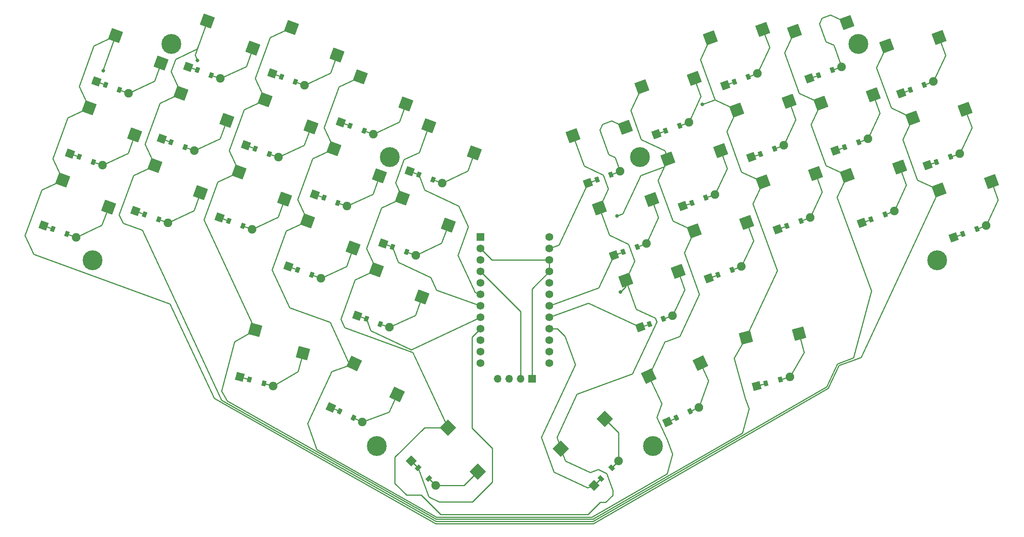
<source format=gbr>
%TF.GenerationSoftware,KiCad,Pcbnew,8.0.1*%
%TF.CreationDate,2024-04-14T13:59:04+09:00*%
%TF.ProjectId,lazyboy36,6c617a79-626f-4793-9336-2e6b69636164,v1.0.0*%
%TF.SameCoordinates,Original*%
%TF.FileFunction,Copper,L2,Bot*%
%TF.FilePolarity,Positive*%
%FSLAX46Y46*%
G04 Gerber Fmt 4.6, Leading zero omitted, Abs format (unit mm)*
G04 Created by KiCad (PCBNEW 8.0.1) date 2024-04-14 13:59:04*
%MOMM*%
%LPD*%
G01*
G04 APERTURE LIST*
G04 Aperture macros list*
%AMRotRect*
0 Rectangle, with rotation*
0 The origin of the aperture is its center*
0 $1 length*
0 $2 width*
0 $3 Rotation angle, in degrees counterclockwise*
0 Add horizontal line*
21,1,$1,$2,0,0,$3*%
G04 Aperture macros list end*
%TA.AperFunction,SMDPad,CuDef*%
%ADD10RotRect,2.600000X2.600000X340.000000*%
%TD*%
%TA.AperFunction,SMDPad,CuDef*%
%ADD11RotRect,2.600000X2.600000X20.000000*%
%TD*%
%TA.AperFunction,ComponentPad*%
%ADD12RotRect,1.778000X1.778000X340.000000*%
%TD*%
%TA.AperFunction,SMDPad,CuDef*%
%ADD13RotRect,0.900000X1.200000X340.000000*%
%TD*%
%TA.AperFunction,ComponentPad*%
%ADD14C,1.905000*%
%TD*%
%TA.AperFunction,SMDPad,CuDef*%
%ADD15RotRect,2.600000X2.600000X25.000000*%
%TD*%
%TA.AperFunction,ComponentPad*%
%ADD16C,0.700000*%
%TD*%
%TA.AperFunction,ComponentPad*%
%ADD17C,4.400000*%
%TD*%
%TA.AperFunction,ComponentPad*%
%ADD18RotRect,1.778000X1.778000X20.000000*%
%TD*%
%TA.AperFunction,SMDPad,CuDef*%
%ADD19RotRect,0.900000X1.200000X20.000000*%
%TD*%
%TA.AperFunction,ComponentPad*%
%ADD20RotRect,1.778000X1.778000X25.000000*%
%TD*%
%TA.AperFunction,SMDPad,CuDef*%
%ADD21RotRect,0.900000X1.200000X25.000000*%
%TD*%
%TA.AperFunction,ComponentPad*%
%ADD22RotRect,1.778000X1.778000X45.000000*%
%TD*%
%TA.AperFunction,SMDPad,CuDef*%
%ADD23RotRect,0.900000X1.200000X45.000000*%
%TD*%
%TA.AperFunction,SMDPad,CuDef*%
%ADD24RotRect,2.600000X2.600000X345.000000*%
%TD*%
%TA.AperFunction,SMDPad,CuDef*%
%ADD25RotRect,2.600000X2.600000X15.000000*%
%TD*%
%TA.AperFunction,ComponentPad*%
%ADD26R,1.752600X1.752600*%
%TD*%
%TA.AperFunction,ComponentPad*%
%ADD27C,1.752600*%
%TD*%
%TA.AperFunction,ComponentPad*%
%ADD28RotRect,1.778000X1.778000X315.000000*%
%TD*%
%TA.AperFunction,SMDPad,CuDef*%
%ADD29RotRect,0.900000X1.200000X315.000000*%
%TD*%
%TA.AperFunction,SMDPad,CuDef*%
%ADD30RotRect,2.600000X2.600000X315.000000*%
%TD*%
%TA.AperFunction,ComponentPad*%
%ADD31RotRect,1.778000X1.778000X335.000000*%
%TD*%
%TA.AperFunction,SMDPad,CuDef*%
%ADD32RotRect,0.900000X1.200000X335.000000*%
%TD*%
%TA.AperFunction,SMDPad,CuDef*%
%ADD33RotRect,2.600000X2.600000X45.000000*%
%TD*%
%TA.AperFunction,ComponentPad*%
%ADD34RotRect,1.778000X1.778000X345.000000*%
%TD*%
%TA.AperFunction,SMDPad,CuDef*%
%ADD35RotRect,0.900000X1.200000X345.000000*%
%TD*%
%TA.AperFunction,ComponentPad*%
%ADD36R,1.700000X1.700000*%
%TD*%
%TA.AperFunction,ComponentPad*%
%ADD37O,1.700000X1.700000*%
%TD*%
%TA.AperFunction,SMDPad,CuDef*%
%ADD38RotRect,2.600000X2.600000X335.000000*%
%TD*%
%TA.AperFunction,ComponentPad*%
%ADD39RotRect,1.778000X1.778000X15.000000*%
%TD*%
%TA.AperFunction,SMDPad,CuDef*%
%ADD40RotRect,0.900000X1.200000X15.000000*%
%TD*%
%TA.AperFunction,ViaPad*%
%ADD41C,0.800000*%
%TD*%
%TA.AperFunction,Conductor*%
%ADD42C,0.250000*%
%TD*%
G04 APERTURE END LIST*
D10*
%TO.P,S8,1*%
%TO.N,P7*%
X100480182Y-105364616D03*
%TO.P,S8,2*%
%TO.N,middle_home*%
X110581187Y-111382269D03*
%TD*%
D11*
%TO.P,S30,1*%
%TO.N,P8*%
X183837587Y-102484882D03*
%TO.P,S30,2*%
%TO.N,mirror_index_top*%
X195443478Y-100601872D03*
%TD*%
D10*
%TO.P,S15,1*%
%TO.N,P9*%
X136703256Y-111099485D03*
%TO.P,S15,2*%
%TO.N,inner_top*%
X146804261Y-117117138D03*
%TD*%
D11*
%TO.P,S21,1*%
%TO.N,P16*%
X238001185Y-93412730D03*
%TO.P,S21,2*%
%TO.N,mirror_pinky_top*%
X249607076Y-91529720D03*
%TD*%
D12*
%TO.P,D2,1*%
%TO.N,P19*%
X57273094Y-117253912D03*
D13*
X59302831Y-117992675D03*
%TO.P,D2,2*%
%TO.N,pinky_home*%
X62403817Y-119121339D03*
D14*
X64433554Y-119860102D03*
%TD*%
D15*
%TO.P,S35,1*%
%TO.N,P8*%
X185406563Y-166551212D03*
%TO.P,S35,2*%
%TO.N,mirror_middle_cluster*%
X196804175Y-163663848D03*
%TD*%
D16*
%TO.P,_5,1*%
%TO.N,N/C*%
X230198802Y-93538899D03*
X230253885Y-92277248D03*
X231051974Y-94469975D03*
X232313625Y-94525058D03*
D17*
X231749293Y-92974567D03*
D16*
X231184961Y-91424076D03*
X232446612Y-91479159D03*
X233244701Y-93671886D03*
X233299784Y-92410235D03*
%TD*%
D18*
%TO.P,D19,1*%
%TO.N,P5*%
X252872252Y-135834884D03*
D19*
X254901989Y-135096119D03*
%TO.P,D19,2*%
%TO.N,mirror_pinky_bottom*%
X258002971Y-133967455D03*
D14*
X260032708Y-133228690D03*
%TD*%
D10*
%TO.P,S14,1*%
%TO.N,P9*%
X130888918Y-127074248D03*
%TO.P,S14,2*%
%TO.N,inner_home*%
X140989923Y-133091901D03*
%TD*%
D20*
%TO.P,D35,1*%
%TO.N,P6*%
X189549358Y-176701383D03*
D21*
X191506985Y-175788528D03*
%TO.P,D35,2*%
%TO.N,mirror_middle_cluster*%
X194497797Y-174393888D03*
D14*
X196455424Y-173481033D03*
%TD*%
D12*
%TO.P,D3,1*%
%TO.N,P20*%
X63087431Y-101279148D03*
D13*
X65117168Y-102017911D03*
%TO.P,D3,2*%
%TO.N,pinky_top*%
X68218154Y-103146575D03*
D14*
X70247891Y-103885338D03*
%TD*%
D10*
%TO.P,S5,1*%
%TO.N,P10*%
X81855621Y-103906711D03*
%TO.P,S5,2*%
%TO.N,ring_home*%
X91956626Y-109924364D03*
%TD*%
D22*
%TO.P,D36,1*%
%TO.N,P6*%
X173295897Y-190760373D03*
D23*
X174823250Y-189233024D03*
%TO.P,D36,2*%
%TO.N,mirror_inner_cluster*%
X177156700Y-186899570D03*
D14*
X178684053Y-185372221D03*
%TD*%
D11*
%TO.P,S23,1*%
%TO.N,P10*%
X223480873Y-106146942D03*
%TO.P,S23,2*%
%TO.N,mirror_ring_home*%
X235086764Y-104263932D03*
%TD*%
D18*
%TO.P,D20,1*%
%TO.N,P4*%
X247057918Y-119860114D03*
D19*
X249087655Y-119121349D03*
%TO.P,D20,2*%
%TO.N,mirror_pinky_home*%
X252188637Y-117992685D03*
D14*
X254218374Y-117253920D03*
%TD*%
D18*
%TO.P,D32,1*%
%TO.N,P4*%
X177689941Y-139787113D03*
D19*
X179719678Y-139048348D03*
%TO.P,D32,2*%
%TO.N,mirror_inner_home*%
X182820660Y-137919684D03*
D14*
X184850397Y-137180919D03*
%TD*%
D11*
%TO.P,S24,1*%
%TO.N,P10*%
X217666521Y-90172159D03*
%TO.P,S24,2*%
%TO.N,mirror_ring_top*%
X229272412Y-88289149D03*
%TD*%
D24*
%TO.P,S16,1*%
%TO.N,P7*%
X98246003Y-156338907D03*
%TO.P,S16,2*%
%TO.N,outer_cluster*%
X108833045Y-161453300D03*
%TD*%
D18*
%TO.P,D31,1*%
%TO.N,P5*%
X183504297Y-155761875D03*
D19*
X185534034Y-155023110D03*
%TO.P,D31,2*%
%TO.N,mirror_inner_bottom*%
X188635016Y-153894446D03*
D14*
X190664753Y-153155681D03*
%TD*%
D25*
%TO.P,S34,1*%
%TO.N,P7*%
X206918650Y-158034176D03*
%TO.P,S34,2*%
%TO.N,mirror_outer_cluster*%
X218644493Y-157169852D03*
%TD*%
D11*
%TO.P,S26,1*%
%TO.N,P7*%
X204856291Y-107604835D03*
%TO.P,S26,2*%
%TO.N,mirror_middle_home*%
X216462182Y-105721825D03*
%TD*%
%TO.P,S27,1*%
%TO.N,P7*%
X199041957Y-91630063D03*
%TO.P,S27,2*%
%TO.N,mirror_middle_top*%
X210647848Y-89747053D03*
%TD*%
D18*
%TO.P,D22,1*%
%TO.N,P5*%
X232537589Y-132594322D03*
D19*
X234567326Y-131855557D03*
%TO.P,D22,2*%
%TO.N,mirror_ring_bottom*%
X237668308Y-130726893D03*
D14*
X239698045Y-129988128D03*
%TD*%
D12*
%TO.P,D4,1*%
%TO.N,P18*%
X71793415Y-129988127D03*
D13*
X73823152Y-130726890D03*
%TO.P,D4,2*%
%TO.N,ring_bottom*%
X76924138Y-131855554D03*
D14*
X78953875Y-132594317D03*
%TD*%
D18*
%TO.P,D28,1*%
%TO.N,P5*%
X198708656Y-144907061D03*
D19*
X200738393Y-144168296D03*
%TO.P,D28,2*%
%TO.N,mirror_index_bottom*%
X203839375Y-143039632D03*
D14*
X205869112Y-142300867D03*
%TD*%
D26*
%TO.P,MCU1,1*%
%TO.N,RAW*%
X148125722Y-135790344D03*
D27*
%TO.P,MCU1,2*%
%TO.N,GND*%
X148125725Y-138330340D03*
%TO.P,MCU1,3*%
%TO.N,RST*%
X148125723Y-140870338D03*
%TO.P,MCU1,4*%
%TO.N,VCC*%
X148125725Y-143410340D03*
%TO.P,MCU1,5*%
%TO.N,P21*%
X148125723Y-145950339D03*
%TO.P,MCU1,6*%
%TO.N,P20*%
X148125723Y-148490340D03*
%TO.P,MCU1,7*%
%TO.N,P19*%
X148125724Y-151030340D03*
%TO.P,MCU1,8*%
%TO.N,P18*%
X148125723Y-153570339D03*
%TO.P,MCU1,9*%
%TO.N,P15*%
X148125727Y-156110339D03*
%TO.P,MCU1,10*%
%TO.N,P14*%
X148125723Y-158650342D03*
%TO.P,MCU1,11*%
%TO.N,P16*%
X148125720Y-161190342D03*
%TO.P,MCU1,12*%
%TO.N,P10*%
X148125724Y-163730340D03*
%TO.P,MCU1,13*%
%TO.N,P1*%
X163365722Y-135790340D03*
%TO.P,MCU1,14*%
%TO.N,P0*%
X163365726Y-138330338D03*
%TO.P,MCU1,15*%
%TO.N,GND*%
X163365723Y-140870338D03*
%TO.P,MCU1,16*%
X163365719Y-143410341D03*
%TO.P,MCU1,17*%
%TO.N,P2*%
X163365723Y-145950341D03*
%TO.P,MCU1,18*%
%TO.N,P3*%
X163365722Y-148490340D03*
%TO.P,MCU1,19*%
%TO.N,P4*%
X163365723Y-151030340D03*
%TO.P,MCU1,20*%
%TO.N,P5*%
X163365723Y-153570341D03*
%TO.P,MCU1,21*%
%TO.N,P6*%
X163365721Y-156110340D03*
%TO.P,MCU1,22*%
%TO.N,P7*%
X163365723Y-158650342D03*
%TO.P,MCU1,23*%
%TO.N,P8*%
X163365721Y-161190340D03*
%TO.P,MCU1,24*%
%TO.N,P9*%
X163365724Y-163730336D03*
%TD*%
D16*
%TO.P,_2,1*%
%TO.N,N/C*%
X60748638Y-140334568D03*
X61601811Y-139403495D03*
X60803726Y-141596220D03*
X62863463Y-139348407D03*
D17*
X62299131Y-140898900D03*
D16*
X61734799Y-142449393D03*
X63794536Y-140201580D03*
X62996451Y-142394305D03*
X63849624Y-141463232D03*
%TD*%
D12*
%TO.P,D9,1*%
%TO.N,P20*%
X102046673Y-99496485D03*
D13*
X104076410Y-100235248D03*
%TO.P,D9,2*%
%TO.N,middle_top*%
X107177396Y-101363912D03*
D14*
X109207133Y-102102675D03*
%TD*%
D28*
%TO.P,D18,1*%
%TO.N,P15*%
X132807418Y-185372216D03*
D29*
X134334767Y-186899569D03*
%TO.P,D18,2*%
%TO.N,inner_cluster*%
X136668221Y-189233019D03*
D14*
X138195570Y-190760372D03*
%TD*%
D12*
%TO.P,D8,1*%
%TO.N,P19*%
X96232321Y-115471256D03*
D13*
X98262058Y-116210019D03*
%TO.P,D8,2*%
%TO.N,middle_home*%
X101363044Y-117338683D03*
D14*
X103392781Y-118077446D03*
%TD*%
D18*
%TO.P,D27,1*%
%TO.N,P0*%
X202284345Y-102102682D03*
D19*
X204314082Y-101363917D03*
%TO.P,D27,2*%
%TO.N,mirror_middle_top*%
X207415064Y-100235253D03*
D14*
X209444801Y-99496488D03*
%TD*%
D30*
%TO.P,S18,1*%
%TO.N,P9*%
X140928536Y-178007709D03*
%TO.P,S18,2*%
%TO.N,inner_cluster*%
X147539984Y-187730423D03*
%TD*%
D18*
%TO.P,D29,1*%
%TO.N,P4*%
X192894312Y-128932288D03*
D19*
X194924049Y-128193523D03*
%TO.P,D29,2*%
%TO.N,mirror_index_home*%
X198025031Y-127064859D03*
D14*
X200054768Y-126326094D03*
%TD*%
D11*
%TO.P,S33,1*%
%TO.N,P9*%
X168633220Y-113339709D03*
%TO.P,S33,2*%
%TO.N,mirror_inner_top*%
X180239111Y-111456699D03*
%TD*%
D18*
%TO.P,D24,1*%
%TO.N,P0*%
X220908898Y-100644791D03*
D19*
X222938635Y-99906026D03*
%TO.P,D24,2*%
%TO.N,mirror_ring_top*%
X226039617Y-98777362D03*
D14*
X228069354Y-98038597D03*
%TD*%
D12*
%TO.P,D14,1*%
%TO.N,P19*%
X126641059Y-137180913D03*
D13*
X128670796Y-137919676D03*
%TO.P,D14,2*%
%TO.N,inner_home*%
X131771782Y-139048340D03*
D14*
X133801519Y-139787103D03*
%TD*%
D31*
%TO.P,D17,1*%
%TO.N,P15*%
X115036043Y-173481036D03*
D32*
X116993667Y-174393893D03*
%TO.P,D17,2*%
%TO.N,middle_cluster*%
X119984483Y-175788531D03*
D14*
X121942107Y-176701388D03*
%TD*%
D10*
%TO.P,S2,1*%
%TO.N,P16*%
X61520943Y-107147266D03*
%TO.P,S2,2*%
%TO.N,pinky_home*%
X71621948Y-113164919D03*
%TD*%
D11*
%TO.P,S29,1*%
%TO.N,P8*%
X189651926Y-118459672D03*
%TO.P,S29,2*%
%TO.N,mirror_index_home*%
X201257817Y-116576662D03*
%TD*%
D33*
%TO.P,S36,1*%
%TO.N,P9*%
X165931385Y-182639254D03*
%TO.P,S36,2*%
%TO.N,mirror_inner_cluster*%
X175654099Y-176027806D03*
%TD*%
D12*
%TO.P,D13,1*%
%TO.N,P18*%
X120826717Y-153155688D03*
D13*
X122856454Y-153894451D03*
%TO.P,D13,2*%
%TO.N,inner_bottom*%
X125957440Y-155023115D03*
D14*
X127987177Y-155761878D03*
%TD*%
D11*
%TO.P,S31,1*%
%TO.N,P9*%
X180261896Y-145289275D03*
%TO.P,S31,2*%
%TO.N,mirror_inner_bottom*%
X191867787Y-143406265D03*
%TD*%
%TO.P,S19,1*%
%TO.N,P16*%
X249629877Y-125362288D03*
%TO.P,S19,2*%
%TO.N,mirror_pinky_bottom*%
X261235768Y-123479278D03*
%TD*%
D10*
%TO.P,S1,1*%
%TO.N,P16*%
X55706601Y-123122057D03*
%TO.P,S1,2*%
%TO.N,pinky_bottom*%
X65807606Y-129139710D03*
%TD*%
D34*
%TO.P,D16,1*%
%TO.N,P15*%
X94895174Y-166777329D03*
D35*
X96981573Y-167336378D03*
%TO.P,D16,2*%
%TO.N,outer_cluster*%
X100169129Y-168190478D03*
D14*
X102255528Y-168749527D03*
%TD*%
D12*
%TO.P,D11,1*%
%TO.N,P19*%
X111436688Y-126326077D03*
D13*
X113466425Y-127064840D03*
%TO.P,D11,2*%
%TO.N,index_home*%
X116567411Y-128193504D03*
D14*
X118597148Y-128932267D03*
%TD*%
D11*
%TO.P,S25,1*%
%TO.N,P7*%
X210670641Y-123579607D03*
%TO.P,S25,2*%
%TO.N,mirror_middle_bottom*%
X222276532Y-121696597D03*
%TD*%
D12*
%TO.P,D1,1*%
%TO.N,P18*%
X51458747Y-133228697D03*
D13*
X53488484Y-133967460D03*
%TO.P,D1,2*%
%TO.N,pinky_bottom*%
X56589470Y-135096124D03*
D14*
X58619207Y-135834887D03*
%TD*%
D18*
%TO.P,D23,1*%
%TO.N,P4*%
X226723247Y-116619544D03*
D19*
X228752984Y-115880779D03*
%TO.P,D23,2*%
%TO.N,mirror_ring_home*%
X231853966Y-114752115D03*
D14*
X233883703Y-114013350D03*
%TD*%
D18*
%TO.P,D30,1*%
%TO.N,P0*%
X187079969Y-112957495D03*
D19*
X189109706Y-112218730D03*
%TO.P,D30,2*%
%TO.N,mirror_index_top*%
X192210688Y-111090066D03*
D14*
X194240425Y-110351301D03*
%TD*%
D18*
%TO.P,D21,1*%
%TO.N,P0*%
X241243573Y-103885329D03*
D19*
X243273310Y-103146564D03*
%TO.P,D21,2*%
%TO.N,mirror_pinky_top*%
X246374292Y-102017900D03*
D14*
X248404029Y-101279135D03*
%TD*%
D36*
%TO.P,OLED1,1*%
%TO.N,GND*%
X159545735Y-167160318D03*
D37*
%TO.P,OLED1,2*%
%TO.N,VCC*%
X157005737Y-167160316D03*
%TO.P,OLED1,3*%
%TO.N,P3*%
X154465736Y-167160319D03*
%TO.P,OLED1,4*%
%TO.N,P2*%
X151925734Y-167160315D03*
%TD*%
D10*
%TO.P,S6,1*%
%TO.N,P10*%
X87669960Y-87931935D03*
%TO.P,S6,2*%
%TO.N,ring_top*%
X97770965Y-93949588D03*
%TD*%
D16*
%TO.P,_1,1*%
%TO.N,N/C*%
X78191675Y-92410243D03*
X79044848Y-91479170D03*
X78246763Y-93671895D03*
X80306500Y-91424082D03*
D17*
X79742168Y-92974575D03*
D16*
X79177836Y-94525068D03*
X81237573Y-92277255D03*
X80439488Y-94469980D03*
X81292661Y-93538907D03*
%TD*%
D12*
%TO.P,D12,1*%
%TO.N,P20*%
X117251023Y-110351311D03*
D13*
X119280760Y-111090074D03*
%TO.P,D12,2*%
%TO.N,index_top*%
X122381746Y-112218738D03*
D14*
X124411483Y-112957501D03*
%TD*%
D12*
%TO.P,D7,1*%
%TO.N,P18*%
X90417980Y-131446024D03*
D13*
X92447717Y-132184787D03*
%TO.P,D7,2*%
%TO.N,middle_bottom*%
X95548703Y-133313451D03*
D14*
X97578440Y-134052214D03*
%TD*%
D38*
%TO.P,S17,1*%
%TO.N,P8*%
X120148588Y-163783060D03*
%TO.P,S17,2*%
%TO.N,middle_cluster*%
X129686683Y-170658178D03*
%TD*%
D18*
%TO.P,D33,1*%
%TO.N,P0*%
X171875605Y-123812318D03*
D19*
X173905342Y-123073553D03*
%TO.P,D33,2*%
%TO.N,mirror_inner_top*%
X177006324Y-121944889D03*
D14*
X179036061Y-121206124D03*
%TD*%
D16*
%TO.P,_4,1*%
%TO.N,N/C*%
X123671277Y-181369525D03*
X123616195Y-182631175D03*
X124602354Y-180516354D03*
X125864004Y-180571436D03*
D17*
X125166685Y-182066844D03*
D16*
X124469366Y-183562252D03*
X125731016Y-183617334D03*
X126717175Y-181502513D03*
X126662093Y-182764163D03*
%TD*%
D11*
%TO.P,S32,1*%
%TO.N,P9*%
X174447560Y-129314501D03*
%TO.P,S32,2*%
%TO.N,mirror_inner_home*%
X186053451Y-127431491D03*
%TD*%
%TO.P,S20,1*%
%TO.N,P16*%
X243815532Y-109387495D03*
%TO.P,S20,2*%
%TO.N,mirror_pinky_home*%
X255421423Y-107504485D03*
%TD*%
D16*
%TO.P,_3,1*%
%TO.N,N/C*%
X126540926Y-117457172D03*
X127394099Y-116526099D03*
X126596014Y-118718824D03*
X128655751Y-116471011D03*
D17*
X128091419Y-118021504D03*
D16*
X127527087Y-119571997D03*
X129586824Y-117324184D03*
X128788739Y-119516909D03*
X129641912Y-118585836D03*
%TD*%
D10*
%TO.P,S13,1*%
%TO.N,P9*%
X125074576Y-143049035D03*
%TO.P,S13,2*%
%TO.N,inner_bottom*%
X135175581Y-149066688D03*
%TD*%
D16*
%TO.P,_6,1*%
%TO.N,N/C*%
X247641830Y-141463225D03*
X247696913Y-140201574D03*
X248495002Y-142394301D03*
X249756653Y-142449384D03*
D17*
X249192321Y-140898893D03*
D16*
X248627989Y-139348402D03*
X249889640Y-139403485D03*
X250687729Y-141596212D03*
X250742812Y-140334561D03*
%TD*%
D10*
%TO.P,S3,1*%
%TO.N,P16*%
X67335298Y-91172502D03*
%TO.P,S3,2*%
%TO.N,pinky_top*%
X77436303Y-97190155D03*
%TD*%
D18*
%TO.P,D25,1*%
%TO.N,P5*%
X213913024Y-134052224D03*
D19*
X215942761Y-133313459D03*
%TO.P,D25,2*%
%TO.N,mirror_middle_bottom*%
X219043743Y-132184795D03*
D14*
X221073480Y-131446030D03*
%TD*%
D12*
%TO.P,D10,1*%
%TO.N,P18*%
X105622342Y-142300863D03*
D13*
X107652079Y-143039626D03*
%TO.P,D10,2*%
%TO.N,index_bottom*%
X110753065Y-144168290D03*
D14*
X112782802Y-144907053D03*
%TD*%
D10*
%TO.P,S9,1*%
%TO.N,P7*%
X106294525Y-89389825D03*
%TO.P,S9,2*%
%TO.N,middle_top*%
X116395530Y-95407478D03*
%TD*%
%TO.P,S10,1*%
%TO.N,P8*%
X109870209Y-132194205D03*
%TO.P,S10,2*%
%TO.N,index_bottom*%
X119971214Y-138211858D03*
%TD*%
D12*
%TO.P,D5,1*%
%TO.N,P19*%
X77607751Y-114013359D03*
D13*
X79637488Y-114752122D03*
%TO.P,D5,2*%
%TO.N,ring_home*%
X82738474Y-115880786D03*
D14*
X84768211Y-116619549D03*
%TD*%
D10*
%TO.P,S11,1*%
%TO.N,P8*%
X115684550Y-116219431D03*
%TO.P,S11,2*%
%TO.N,index_home*%
X125785555Y-122237084D03*
%TD*%
D12*
%TO.P,D15,1*%
%TO.N,P20*%
X132455398Y-121206137D03*
D13*
X134485135Y-121944900D03*
%TO.P,D15,2*%
%TO.N,inner_top*%
X137586121Y-123073564D03*
D14*
X139615858Y-123812327D03*
%TD*%
D16*
%TO.P,_8,1*%
%TO.N,N/C*%
X184829380Y-182764170D03*
X184774293Y-181502518D03*
X185760454Y-183617343D03*
X185627466Y-180571444D03*
D17*
X186324786Y-182066850D03*
D16*
X187022106Y-183562256D03*
X186889118Y-180516357D03*
X187875279Y-182631182D03*
X187820192Y-181369530D03*
%TD*%
D12*
%TO.P,D6,1*%
%TO.N,P20*%
X83422103Y-98038594D03*
D13*
X85451840Y-98777357D03*
%TO.P,D6,2*%
%TO.N,ring_top*%
X88552826Y-99906021D03*
D14*
X90582563Y-100644784D03*
%TD*%
D11*
%TO.P,S22,1*%
%TO.N,P10*%
X229295209Y-122121717D03*
%TO.P,S22,2*%
%TO.N,mirror_ring_bottom*%
X240901100Y-120238707D03*
%TD*%
D10*
%TO.P,S4,1*%
%TO.N,P10*%
X76041273Y-119881489D03*
%TO.P,S4,2*%
%TO.N,ring_bottom*%
X86142278Y-125899142D03*
%TD*%
D11*
%TO.P,S28,1*%
%TO.N,P8*%
X195466271Y-134434445D03*
%TO.P,S28,2*%
%TO.N,mirror_index_bottom*%
X207072162Y-132551435D03*
%TD*%
D18*
%TO.P,D26,1*%
%TO.N,P4*%
X208098674Y-118077446D03*
D19*
X210128411Y-117338681D03*
%TO.P,D26,2*%
%TO.N,mirror_middle_home*%
X213229393Y-116210017D03*
D14*
X215259130Y-115471252D03*
%TD*%
D10*
%TO.P,S7,1*%
%TO.N,P7*%
X94665845Y-121339376D03*
%TO.P,S7,2*%
%TO.N,middle_bottom*%
X104766850Y-127357029D03*
%TD*%
D16*
%TO.P,_7,1*%
%TO.N,N/C*%
X181849545Y-118585843D03*
X181904628Y-117324192D03*
X182702717Y-119516919D03*
X183964368Y-119572002D03*
D17*
X183400036Y-118021511D03*
D16*
X182835704Y-116471020D03*
X184097355Y-116526103D03*
X184895444Y-118718830D03*
X184950527Y-117457179D03*
%TD*%
D39*
%TO.P,D34,1*%
%TO.N,P6*%
X209235946Y-168749516D03*
D40*
X211322347Y-168190465D03*
%TO.P,D34,2*%
%TO.N,mirror_outer_cluster*%
X214509899Y-167336363D03*
D14*
X216596300Y-166777312D03*
%TD*%
D10*
%TO.P,S12,1*%
%TO.N,P8*%
X121498899Y-100244653D03*
%TO.P,S12,2*%
%TO.N,index_top*%
X131599904Y-106262306D03*
%TD*%
D41*
%TO.N,P16*%
X64601807Y-98916621D03*
%TO.N,P10*%
X85495802Y-96624561D03*
%TO.N,P7*%
X197206957Y-106405422D03*
%TO.N,P8*%
X178326862Y-131072326D03*
%TO.N,P9*%
X179148808Y-147906511D03*
%TD*%
D42*
%TO.N,P16*%
X50988046Y-125322344D02*
X55706607Y-123122050D01*
X67335298Y-91172503D02*
X64553989Y-98814077D01*
X64601807Y-98916621D02*
X64571921Y-98852538D01*
X138243939Y-199255133D02*
X89158553Y-171488056D01*
X232359082Y-162399619D02*
X227446255Y-164187745D01*
X241578249Y-114185369D02*
X244832013Y-123125000D01*
X55706607Y-123122050D02*
X53506309Y-118403489D01*
X243815531Y-109387496D02*
X241578249Y-114185369D01*
X49225108Y-139558848D02*
X47305052Y-135441288D01*
X244832013Y-123125000D02*
X249629883Y-125362287D01*
X138249072Y-199250000D02*
X138243939Y-199255133D01*
X56802383Y-109347569D02*
X61520945Y-107147277D01*
X225136368Y-169201726D02*
X173092314Y-199249375D01*
X89158553Y-171488056D02*
X79389235Y-150537686D01*
X173092314Y-199249375D02*
X172850625Y-199249375D01*
X227446255Y-164187745D02*
X225174422Y-169059706D01*
X238001184Y-93412727D02*
X235763905Y-98210584D01*
X172850000Y-199250000D02*
X138249072Y-199250000D01*
X61520945Y-107147277D02*
X59290759Y-102364623D01*
X172850625Y-199249375D02*
X172850000Y-199250000D01*
X249629883Y-125362287D02*
X232359082Y-162399619D01*
X59290759Y-102364623D02*
X62552646Y-93402684D01*
X53506309Y-118403489D02*
X56802383Y-109347569D01*
X79389235Y-150537686D02*
X49225108Y-139558848D01*
X64553989Y-98814077D02*
X64601807Y-98916621D01*
X47305052Y-135441288D02*
X50988046Y-125322344D01*
X235763905Y-98210584D02*
X239017665Y-107150216D01*
X239017665Y-107150216D02*
X243815531Y-109387496D01*
X225174422Y-169059706D02*
X225136368Y-169201726D01*
X62552646Y-93402684D02*
X67335287Y-91172498D01*
%TO.N,pinky_bottom*%
X65807613Y-129139699D02*
X64342049Y-133166283D01*
X58619204Y-135834885D02*
X56589474Y-135096122D01*
X64342049Y-133166283D02*
X58619206Y-135834883D01*
%TO.N,pinky_home*%
X71621960Y-113164930D02*
X70156386Y-117191517D01*
X70156386Y-117191517D02*
X64433556Y-119860117D01*
X64433548Y-119860109D02*
X62403805Y-119121346D01*
%TO.N,pinky_top*%
X77436295Y-97190149D02*
X75970740Y-101216740D01*
X75970740Y-101216740D02*
X70247893Y-103885348D01*
X70247893Y-103885348D02*
X68218154Y-103146588D01*
%TO.N,P10*%
X221273468Y-110880727D02*
X224561422Y-119914315D01*
X71298494Y-122093075D02*
X76041266Y-119881484D01*
X85784741Y-93111519D02*
X85419798Y-94114188D01*
X138264937Y-198750000D02*
X90791642Y-171894865D01*
X77137058Y-106107007D02*
X73840965Y-115162930D01*
X229295208Y-122121713D02*
X227057930Y-126919579D01*
X90791642Y-171894865D02*
X90791633Y-171894856D01*
X230657745Y-162539975D02*
X227117190Y-163828635D01*
X87669958Y-87931937D02*
X85784741Y-93111519D01*
X227117190Y-163828635D02*
X224749943Y-168905214D01*
X80637157Y-96344380D02*
X79625434Y-99124069D01*
X217666521Y-90172160D02*
X215429243Y-94970027D01*
X84939955Y-95432548D02*
X85784741Y-93111519D01*
X85419798Y-94114188D02*
X80637157Y-96344380D01*
X215429243Y-94970027D02*
X218683006Y-103909660D01*
X224749943Y-168905214D02*
X173057257Y-198750000D01*
X73840965Y-115162930D02*
X76041268Y-119881486D01*
X85495802Y-96624561D02*
X84939955Y-95432548D01*
X218683006Y-103909660D02*
X223480864Y-106146945D01*
X73238394Y-134251825D02*
X69009768Y-132712735D01*
X224561422Y-119914315D02*
X229295208Y-122121713D01*
X234628708Y-147720136D02*
X230657745Y-162539975D01*
X173057257Y-198750000D02*
X138264937Y-198750000D01*
X90791633Y-171894856D02*
X73238394Y-134251825D01*
X81855617Y-103906712D02*
X77137058Y-106107007D01*
X79625434Y-99124069D02*
X81855617Y-103906712D01*
X69009768Y-132712735D02*
X68124360Y-130813945D01*
X227057930Y-126919579D02*
X234628708Y-147720136D01*
X223480864Y-106146945D02*
X221273468Y-110880727D01*
X68124360Y-130813945D02*
X71298494Y-122093075D01*
%TO.N,ring_bottom*%
X78953882Y-132594329D02*
X76924144Y-131855556D01*
X84676720Y-129925722D02*
X78953875Y-132594334D01*
X86142283Y-125899141D02*
X84676720Y-129925722D01*
%TO.N,ring_home*%
X84768211Y-116619550D02*
X82738476Y-115880783D01*
X90491069Y-113950949D02*
X84768214Y-116619553D01*
X91956626Y-109924364D02*
X90491069Y-113950949D01*
%TO.N,ring_top*%
X97770967Y-93949585D02*
X96305406Y-97976166D01*
X90582560Y-100644782D02*
X88552821Y-99906015D01*
X96305406Y-97976166D02*
X90582560Y-100644778D01*
%TO.N,P7*%
X204299247Y-162571111D02*
X206918657Y-158034170D01*
X94665846Y-121339383D02*
X89947281Y-123539679D01*
X138295013Y-198250000D02*
X173023280Y-198250000D01*
X98279886Y-100646046D02*
X100480188Y-105364612D01*
X106294530Y-89389829D02*
X101575969Y-91590125D01*
X213831656Y-143209189D02*
X208433358Y-128377484D01*
X200058439Y-105367569D02*
X196804674Y-96427925D01*
X95761623Y-107564901D02*
X92465544Y-116620819D01*
X210670638Y-123579606D02*
X205872775Y-121342331D01*
X93685871Y-158971703D02*
X90770788Y-169850939D01*
X204856294Y-107604843D02*
X200058439Y-105367569D01*
X197206957Y-106405422D02*
X200058439Y-105367569D01*
X206680734Y-171458982D02*
X204299247Y-162571111D01*
X206918652Y-158034167D02*
X213831656Y-143209189D01*
X205960565Y-179233651D02*
X206097164Y-179097052D01*
X205872775Y-121342331D02*
X202619008Y-112402697D01*
X92069799Y-172100891D02*
X138295013Y-198250000D01*
X206097164Y-179097052D02*
X207523416Y-173774209D01*
X90770788Y-169850939D02*
X92069799Y-172100891D01*
X173023280Y-198250000D02*
X205960565Y-179233651D01*
X101575969Y-91590125D02*
X98279886Y-100646046D01*
X100480188Y-105364612D02*
X95761623Y-107564901D01*
X196804674Y-96427925D02*
X199041955Y-91630060D01*
X98246009Y-156338904D02*
X93685871Y-158971703D01*
X89947281Y-123539679D02*
X86880516Y-131965535D01*
X208433358Y-128377484D02*
X210670638Y-123579606D01*
X207523416Y-173774209D02*
X206680734Y-171458982D01*
X86880516Y-131965535D02*
X98246000Y-156338912D01*
X202619008Y-112402697D02*
X204856294Y-107604843D01*
X92465544Y-116620819D02*
X94665846Y-121339383D01*
%TO.N,middle_bottom*%
X104766838Y-127357044D02*
X103301292Y-131383618D01*
X103301292Y-131383618D02*
X97578446Y-134052229D01*
X97578444Y-134052220D02*
X95548710Y-133313455D01*
%TO.N,middle_home*%
X109115628Y-115408859D02*
X103392792Y-118077450D01*
X110581191Y-111382264D02*
X109115628Y-115408859D01*
X103392783Y-118077458D02*
X101363047Y-117338682D01*
%TO.N,middle_top*%
X109207128Y-102102672D02*
X107177389Y-101363910D01*
X114929976Y-99434068D02*
X109207120Y-102102680D01*
X116395542Y-95407483D02*
X114929976Y-99434068D01*
%TO.N,P8*%
X187444533Y-123193444D02*
X189651929Y-118459673D01*
X188857851Y-120162581D02*
X189651928Y-118459675D01*
X105880005Y-151398088D02*
X114807086Y-154647274D01*
X138413476Y-197800000D02*
X172802708Y-197800000D01*
X190732494Y-132227046D02*
X187444533Y-123193444D01*
X181391119Y-107731353D02*
X183837585Y-102484882D01*
X121498888Y-100244666D02*
X116780337Y-102444949D01*
X107669900Y-127475659D02*
X109870204Y-132194197D01*
X188950680Y-158950833D02*
X189528060Y-158740688D01*
X172802708Y-197800000D02*
X189333022Y-188256219D01*
X195466271Y-134434439D02*
X190732494Y-132227046D01*
X115684548Y-116219439D02*
X110965993Y-118419732D01*
X179595446Y-130610602D02*
X183569968Y-122087210D01*
X113484245Y-111500874D02*
X115684548Y-116219439D01*
X189651929Y-118459673D02*
X188968816Y-116582848D01*
X109840560Y-177101799D02*
X111919046Y-182812385D01*
X114807086Y-154647274D02*
X118846117Y-163308996D01*
X101995132Y-143066953D02*
X105880005Y-151398088D01*
X111919046Y-182812385D02*
X138413476Y-197800000D01*
X190612182Y-183855551D02*
X189425278Y-180594571D01*
X183722363Y-114136384D02*
X181391119Y-107731353D01*
X110965993Y-118419732D02*
X107669900Y-127475659D01*
X178326862Y-131072326D02*
X179595446Y-130610602D01*
X183569968Y-122087210D02*
X188857851Y-120162581D01*
X189425278Y-180594571D02*
X187143138Y-175700500D01*
X105151654Y-134394500D02*
X101995132Y-143066953D01*
X111319725Y-173929713D02*
X109840560Y-177101799D01*
X116780337Y-102444949D02*
X113484245Y-111500874D01*
X120148586Y-163783065D02*
X115213615Y-165579241D01*
X189469629Y-188119612D02*
X190612182Y-183855551D01*
X196569193Y-148409429D02*
X193228991Y-139232306D01*
X187143138Y-175700500D02*
X188252138Y-172653562D01*
X185406563Y-166551214D02*
X188950680Y-158950833D01*
X115213615Y-165579241D02*
X111319725Y-173929713D01*
X192206178Y-157765924D02*
X196569193Y-148409429D01*
X189333022Y-188256219D02*
X189469629Y-188119612D01*
X193228991Y-139232306D02*
X195466271Y-134434439D01*
X109870204Y-132194197D02*
X105151654Y-134394500D01*
X118846117Y-163308996D02*
X120148594Y-163783067D01*
X188968816Y-116582848D02*
X183722363Y-114136384D01*
X188252138Y-172653562D02*
X185406569Y-166551221D01*
X189528060Y-158740688D02*
X192206178Y-157765924D01*
%TO.N,index_bottom*%
X118505652Y-142238439D02*
X112782807Y-144907043D01*
X112782807Y-144907048D02*
X110753079Y-144168289D01*
X119971220Y-138211863D02*
X118505652Y-142238439D01*
%TO.N,index_home*%
X124320002Y-126263676D02*
X118597151Y-128932277D01*
X125785559Y-122237082D02*
X124320002Y-126263676D01*
X118597148Y-128932270D02*
X116567410Y-128193507D01*
%TO.N,index_top*%
X131599894Y-106262306D02*
X130134342Y-110288891D01*
X130134342Y-110288891D02*
X124411500Y-112957502D01*
X124411502Y-112957508D02*
X122381754Y-112218739D01*
%TO.N,P9*%
X175270512Y-121995437D02*
X176405888Y-125114853D01*
X126170363Y-129274556D02*
X122874266Y-138330468D01*
X180261898Y-146793422D02*
X180261897Y-145289276D01*
X125074571Y-143049032D02*
X120356008Y-145249340D01*
X180261897Y-145289276D02*
X182614038Y-151751730D01*
X136703260Y-111099495D02*
X134538610Y-117046821D01*
X129185656Y-190354809D02*
X129185658Y-184556534D01*
X177401383Y-192946304D02*
X175816357Y-194531334D01*
X177401382Y-191881265D02*
X177401383Y-192946304D01*
X176033304Y-188122496D02*
X177401382Y-191881265D01*
X166919928Y-185355253D02*
X172389403Y-187905711D01*
X182614038Y-151751730D02*
X186813696Y-153710063D01*
X134995915Y-192912380D02*
X131743233Y-192912388D01*
X131743233Y-192912388D02*
X129185656Y-190354809D01*
X133148299Y-161322934D02*
X140928525Y-178007704D01*
X139333535Y-197250000D02*
X134995915Y-192912380D01*
X176650620Y-135367355D02*
X180850268Y-137325686D01*
X130888920Y-127074255D02*
X126170363Y-129274556D01*
X168633219Y-113339712D02*
X171070869Y-120037109D01*
X175816357Y-194531334D02*
X174616355Y-194531331D01*
X120356008Y-145249340D02*
X117199501Y-153921775D01*
X181742457Y-166091202D02*
X169479471Y-170554564D01*
X172389403Y-187905711D02*
X174174820Y-187255873D01*
X176405888Y-125114853D02*
X174447561Y-129314504D01*
X129185658Y-184556534D02*
X135734491Y-178007700D01*
X165016463Y-180125514D02*
X165931387Y-182639255D01*
X179148808Y-147906511D02*
X180261898Y-146793422D01*
X174447561Y-129314504D02*
X176650620Y-135367355D01*
X174616355Y-194531331D02*
X171897686Y-197250000D01*
X174174820Y-187255873D02*
X176033304Y-188122496D01*
X171070869Y-120037109D02*
X175270512Y-121995437D01*
X180261901Y-145289273D02*
X182220228Y-141089627D01*
X187121514Y-154555786D02*
X181742457Y-166091202D01*
X135734491Y-178007700D02*
X140928531Y-178007698D01*
X118096013Y-155844346D02*
X133148299Y-161322934D01*
X134538610Y-117046821D02*
X131229931Y-118589680D01*
X169479471Y-170554564D02*
X165016463Y-180125514D01*
X129346055Y-123765578D02*
X130888920Y-127074255D01*
X117199501Y-153921775D02*
X118096013Y-155844346D01*
X131229931Y-118589680D02*
X129346055Y-123765578D01*
X122874266Y-138330468D02*
X125074571Y-143049032D01*
X182220228Y-141089627D02*
X180850268Y-137325686D01*
X171897686Y-197250000D02*
X139333535Y-197250000D01*
X186813696Y-153710063D02*
X187121514Y-154555786D01*
X165931387Y-182639252D02*
X166919928Y-185355253D01*
%TO.N,inner_bottom*%
X133710018Y-153093270D02*
X127987175Y-155761875D01*
X135175577Y-149066681D02*
X133710018Y-153093270D01*
X127987172Y-155761871D02*
X125957439Y-155023113D01*
%TO.N,inner_home*%
X140989927Y-133091908D02*
X139524367Y-137118491D01*
X133801519Y-139787108D02*
X131771790Y-139048341D01*
X139524367Y-137118491D02*
X133801514Y-139787094D01*
%TO.N,inner_top*%
X146804261Y-117117137D02*
X145338698Y-121143723D01*
X145338698Y-121143723D02*
X139615851Y-123812348D01*
X139615851Y-123812348D02*
X137586123Y-123073566D01*
%TO.N,outer_cluster*%
X102255518Y-168749530D02*
X100169122Y-168190481D01*
X108833042Y-161453303D02*
X107724010Y-165592296D01*
X107724010Y-165592296D02*
X102255522Y-168749529D01*
%TO.N,middle_cluster*%
X129686682Y-170658184D02*
X127875760Y-174541710D01*
X127875760Y-174541710D02*
X121942113Y-176701390D01*
X119984485Y-175788524D02*
X119984485Y-175788528D01*
X121942113Y-176701380D02*
X119984485Y-175788524D01*
%TO.N,inner_cluster*%
X138195569Y-190760376D02*
X136668220Y-189233022D01*
X147539986Y-187730417D02*
X144510026Y-190760378D01*
X144510026Y-190760378D02*
X138195573Y-190760364D01*
%TO.N,mirror_pinky_bottom*%
X262701320Y-127505837D02*
X260032713Y-133228692D01*
X260032713Y-133228692D02*
X258002969Y-133967458D01*
X261235768Y-123479275D02*
X262701320Y-127505837D01*
%TO.N,mirror_pinky_home*%
X254218378Y-117253923D02*
X252188634Y-117992684D01*
X252188634Y-117992684D02*
X252188637Y-117992688D01*
X256886981Y-111531069D02*
X254218378Y-117253923D01*
X255421425Y-107504492D02*
X256886981Y-111531069D01*
%TO.N,mirror_pinky_top*%
X249607079Y-91529717D02*
X251072633Y-95556296D01*
X248404027Y-101279136D02*
X246374297Y-102017901D01*
X251072633Y-95556296D02*
X248404027Y-101279136D01*
%TO.N,mirror_ring_bottom*%
X240901098Y-120238701D02*
X242366654Y-124265274D01*
X242366654Y-124265274D02*
X239698041Y-129988133D01*
X239698041Y-129988133D02*
X237668308Y-130726890D01*
X237668308Y-130726890D02*
X237668308Y-130726897D01*
%TO.N,mirror_ring_home*%
X236552313Y-108290509D02*
X233883706Y-114013358D01*
X231853970Y-114752124D02*
X231853967Y-114752123D01*
X235086767Y-104263936D02*
X236552313Y-108290509D01*
X233883706Y-114013358D02*
X231853970Y-114752124D01*
%TO.N,mirror_ring_top*%
X223767098Y-87252402D02*
X225610355Y-86581513D01*
X225610355Y-86581513D02*
X229272411Y-88289158D01*
X226338435Y-93282931D02*
X228069351Y-98038595D01*
X223169421Y-88534121D02*
X223767098Y-87252402D01*
X224603376Y-92473860D02*
X226338435Y-93282931D01*
X228069351Y-98038595D02*
X226039624Y-98777358D01*
X226039624Y-98777358D02*
X226039614Y-98777358D01*
X224603376Y-92473860D02*
X223169421Y-88534121D01*
%TO.N,mirror_middle_bottom*%
X222276535Y-121696607D02*
X223742092Y-125723180D01*
X223742092Y-125723180D02*
X221073478Y-131446030D01*
X221073478Y-131446030D02*
X219043743Y-132184795D01*
%TO.N,mirror_middle_home*%
X216462181Y-105721841D02*
X217927732Y-109748406D01*
X215259130Y-115471255D02*
X213229397Y-116210018D01*
X217927732Y-109748406D02*
X215259130Y-115471255D01*
%TO.N,mirror_middle_top*%
X209444795Y-99496489D02*
X207415063Y-100235248D01*
X212113403Y-93773632D02*
X209444795Y-99496489D01*
X210647848Y-89747055D02*
X212113403Y-93773632D01*
%TO.N,mirror_index_bottom*%
X208537719Y-136578008D02*
X205869108Y-142300863D01*
X205869108Y-142300863D02*
X203839377Y-143039630D01*
X207072161Y-132551432D02*
X208537719Y-136578008D01*
%TO.N,mirror_index_home*%
X202723376Y-120603242D02*
X200054769Y-126326096D01*
X200054769Y-126326096D02*
X198025035Y-127064859D01*
X201257816Y-116576663D02*
X202723376Y-120603242D01*
%TO.N,mirror_index_top*%
X195443473Y-100601876D02*
X196909029Y-104628462D01*
X196909029Y-104628462D02*
X194240425Y-110351301D01*
X194240425Y-110351301D02*
X192210687Y-111090070D01*
%TO.N,mirror_inner_bottom*%
X191867795Y-143406268D02*
X193333347Y-147432855D01*
X193333347Y-147432855D02*
X190664748Y-153155678D01*
X190664748Y-153155678D02*
X188635016Y-153894443D01*
X188635016Y-153894443D02*
X188635019Y-153894448D01*
%TO.N,mirror_inner_home*%
X187519005Y-131458075D02*
X184850405Y-137180914D01*
X182820669Y-137919672D02*
X182820665Y-137919687D01*
X184850405Y-137180914D02*
X182820669Y-137919672D01*
X186053446Y-127431494D02*
X187519005Y-131458075D01*
%TO.N,mirror_inner_top*%
X174524957Y-112039023D02*
X176508674Y-117489237D01*
X175122631Y-110757314D02*
X174524957Y-112039023D01*
X177153828Y-110018017D02*
X175122631Y-110757314D01*
X179036061Y-121206128D02*
X177006331Y-121944893D01*
X177923325Y-118148904D02*
X179036061Y-121206128D01*
X176508674Y-117489237D02*
X177923325Y-118148904D01*
X180239110Y-111456698D02*
X177153828Y-110018017D01*
%TO.N,mirror_outer_cluster*%
X216596306Y-166777319D02*
X214509904Y-167336370D01*
X219753533Y-161308833D02*
X216596306Y-166777319D01*
X218644494Y-157169847D02*
X219753533Y-161308833D01*
%TO.N,mirror_middle_cluster*%
X198615095Y-167547383D02*
X196455417Y-173481028D01*
X196804178Y-163663848D02*
X198615095Y-167547383D01*
X196455417Y-173481028D02*
X194497799Y-174393891D01*
%TO.N,mirror_inner_cluster*%
X175654100Y-176027802D02*
X178684042Y-179057749D01*
X178684042Y-179057749D02*
X178684040Y-185372216D01*
X178684040Y-185372216D02*
X177156699Y-186899565D01*
%TO.N,P18*%
X122856459Y-153894446D02*
X120826717Y-153155681D01*
X53488485Y-133967461D02*
X51458740Y-133228695D01*
X132799459Y-160717090D02*
X148125725Y-153570338D01*
X92447718Y-132184792D02*
X90417986Y-131446042D01*
X107652088Y-143039619D02*
X105622350Y-142300860D01*
X122947509Y-154144629D02*
X123814796Y-156527469D01*
X73823152Y-130726894D02*
X71793415Y-129988130D01*
X123814796Y-156527469D02*
X132799459Y-160717090D01*
%TO.N,P19*%
X113466430Y-127064842D02*
X111436692Y-126326082D01*
X129926786Y-141370477D02*
X137093917Y-144712567D01*
X137093917Y-144712567D02*
X138387076Y-147485755D01*
X138387076Y-147485755D02*
X148125727Y-151030334D01*
X59302824Y-117992697D02*
X57273079Y-117253919D01*
X79637491Y-114752123D02*
X77607755Y-114013349D01*
X128761851Y-138169852D02*
X129926786Y-141370477D01*
X98262068Y-116210024D02*
X96232331Y-115471244D01*
X128670795Y-137919670D02*
X126641065Y-137180904D01*
%TO.N,P20*%
X134485137Y-121944901D02*
X132455406Y-121206133D01*
X143116746Y-139822037D02*
X146961189Y-148066480D01*
X146961189Y-148066480D02*
X148125728Y-148490336D01*
X65117168Y-102017914D02*
X63087430Y-101279140D01*
X119280774Y-111090077D02*
X117251038Y-110351300D01*
X135724701Y-125350589D02*
X143271945Y-128869927D01*
X85451843Y-98777343D02*
X83422108Y-98038588D01*
X104076409Y-100235248D02*
X102046671Y-99496474D01*
X134485132Y-121944901D02*
X135724701Y-125350589D01*
X143271945Y-128869927D02*
X145423567Y-133484093D01*
X145423567Y-133484093D02*
X143116746Y-139822037D01*
%TO.N,P15*%
X146367826Y-194384310D02*
X150751889Y-190000240D01*
X96981567Y-167336376D02*
X94895162Y-166777334D01*
X134334762Y-186899568D02*
X136673828Y-193326084D01*
X146297114Y-157938947D02*
X148125728Y-156110338D01*
X146297114Y-178120853D02*
X146297114Y-157938947D01*
X150751887Y-182575623D02*
X146297114Y-178120853D01*
X116993668Y-174393892D02*
X115036044Y-173481030D01*
X136673828Y-193326084D02*
X138943199Y-194384312D01*
X150751889Y-190000240D02*
X150751887Y-182575623D01*
X134334760Y-186899569D02*
X132807423Y-185372214D01*
X138943199Y-194384312D02*
X146367826Y-194384310D01*
%TO.N,P5*%
X200738390Y-144168297D02*
X198708657Y-144907061D01*
X254901988Y-135096117D02*
X252872255Y-135834890D01*
X183504299Y-155761875D02*
X183504300Y-155761880D01*
X163365725Y-153570338D02*
X172036592Y-150414400D01*
X215942758Y-133313459D02*
X213913026Y-134052221D01*
X172036592Y-150414400D02*
X183504302Y-155761880D01*
X234567322Y-131855556D02*
X232537591Y-132594322D01*
X185534033Y-155023110D02*
X183504299Y-155761875D01*
X213913026Y-134052221D02*
X213913025Y-134052225D01*
%TO.N,P4*%
X174303525Y-147049299D02*
X163365722Y-151030340D01*
X179719680Y-139048337D02*
X177689952Y-139787105D01*
X228752989Y-115880783D02*
X226723250Y-116619542D01*
X177689952Y-139787105D02*
X177689948Y-139787102D01*
X177689940Y-139787106D02*
X174303525Y-147049299D01*
X210128407Y-117338680D02*
X208098676Y-118077442D01*
X192894317Y-128932280D02*
X192894315Y-128932291D01*
X194924049Y-128193521D02*
X192894317Y-128932280D01*
X249087656Y-119121349D02*
X247057920Y-119860111D01*
%TO.N,P0*%
X204314078Y-101363919D02*
X202284344Y-102102680D01*
X173905344Y-123073552D02*
X171875605Y-123812318D01*
X165461430Y-137567564D02*
X163365725Y-138330336D01*
X222938639Y-99906018D02*
X220908905Y-100644781D01*
X171875604Y-123812317D02*
X165461430Y-137567564D01*
X187079971Y-112957491D02*
X187079972Y-112957493D01*
X189109702Y-112218736D02*
X187079971Y-112957491D01*
X243273310Y-103146563D02*
X241243576Y-103885326D01*
X220908905Y-100644781D02*
X220908899Y-100644785D01*
X241243576Y-103885326D02*
X241243577Y-103885329D01*
%TO.N,P6*%
X165116384Y-156110335D02*
X163365722Y-156110337D01*
X211322347Y-168190464D02*
X209235950Y-168749522D01*
X164376592Y-187819229D02*
X161579485Y-180134244D01*
X173295895Y-190760370D02*
X171828919Y-191294305D01*
X161579485Y-180134244D02*
X169080271Y-164048751D01*
X171828919Y-191294305D02*
X164376592Y-187819229D01*
X169080271Y-164048751D02*
X166805841Y-157799790D01*
X191506986Y-175788524D02*
X189549360Y-176701381D01*
X174823246Y-189233017D02*
X173295894Y-190760373D01*
X166805841Y-157799790D02*
X165116384Y-156110335D01*
%TO.N,GND*%
X159545734Y-147230312D02*
X159545741Y-167160321D01*
X163365725Y-143410334D02*
X163365720Y-143410338D01*
X163365725Y-140870336D02*
X163365725Y-143410334D01*
X163365724Y-143410328D02*
X159545734Y-147230312D01*
X150665724Y-140870329D02*
X148125728Y-138330327D01*
X163365724Y-140870331D02*
X150665724Y-140870329D01*
%TO.N,VCC*%
X157005736Y-167160317D02*
X157005735Y-152290345D01*
X157005735Y-152290345D02*
X148125726Y-143410333D01*
%TD*%
M02*

</source>
